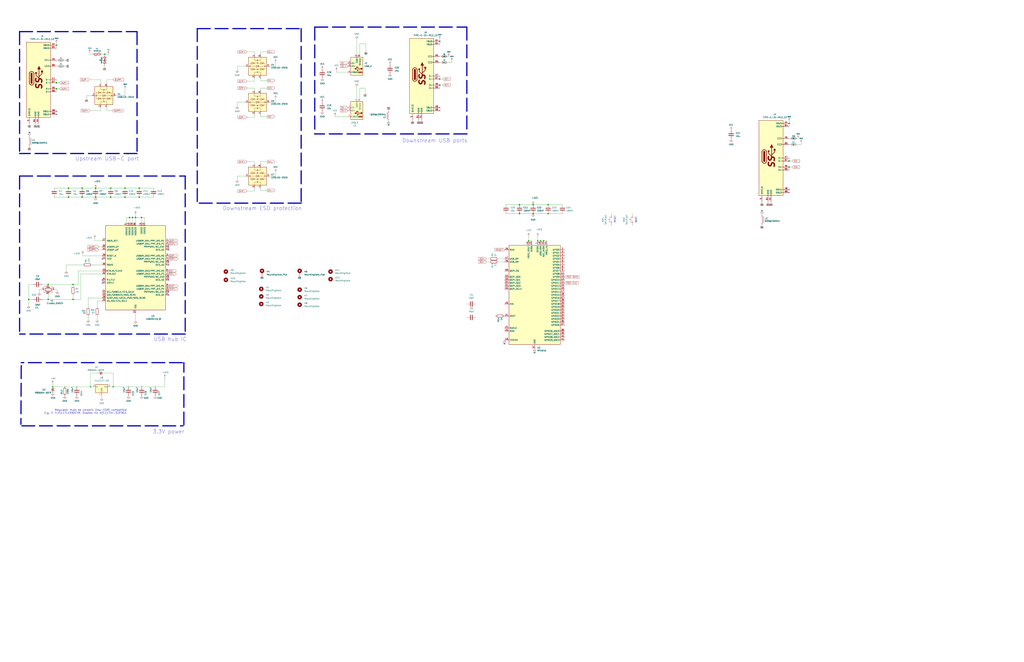
<source format=kicad_sch>
(kicad_sch (version 20230121) (generator eeschema)
  (paper "D")
  (junction (at 462.28 180.34) (diameter 1.016))
  (junction (at 47.625 69.85) (diameter 1.016))
  (junction (at 111.76 183.515) (diameter 1.016))
  (junction (at 665.48 135.89) (diameter 1.016))
  (junction (at 54.61 326.39) (diameter 0.3048))
  (junction (at 370.84 71.755) (diameter 1.016))
  (junction (at 665.48 140.97) (diameter 1.016))
  (junction (at 449.58 172.72) (diameter 1.016))
  (junction (at 105.41 158.75) (diameter 1.016))
  (junction (at 80.645 166.37) (diameter 1.016))
  (junction (at 370.84 34.925) (diameter 1.016))
  (junction (at 453.39 203.2))
  (junction (at 119.507 326.39) (diameter 0.3048))
  (junction (at 438.15 180.34) (diameter 1.016))
  (junction (at 88.265 45.72) (diameter 1.016))
  (junction (at 119.38 183.515) (diameter 1.016))
  (junction (at 61.595 252.73) (diameter 1.016))
  (junction (at 76.327 326.39))
  (junction (at 438.15 172.72) (diameter 1.016))
  (junction (at 114.3 183.515) (diameter 1.016))
  (junction (at 108.331 326.39) (diameter 0.3048))
  (junction (at 47.625 74.93) (diameter 1.016))
  (junction (at 93.345 166.37) (diameter 1.016))
  (junction (at 117.475 166.37) (diameter 1.016))
  (junction (at 80.645 158.75) (diameter 1.016))
  (junction (at 61.595 240.03) (diameter 1.016))
  (junction (at 665.48 104.14) (diameter 1.016))
  (junction (at 69.215 158.75) (diameter 1.016))
  (junction (at 40.64 252.73) (diameter 1.016))
  (junction (at 130.937 326.39) (diameter 0.3048))
  (junction (at 95.377 326.39))
  (junction (at 40.64 240.03) (diameter 1.016))
  (junction (at 109.22 183.515) (diameter 1.016))
  (junction (at 64.77 326.39) (diameter 0.3048))
  (junction (at 117.475 158.75) (diameter 1.016))
  (junction (at 458.47 203.2))
  (junction (at 445.77 203.2))
  (junction (at 455.93 203.2))
  (junction (at 69.215 166.37) (diameter 1.016))
  (junction (at 93.345 158.75) (diameter 1.016))
  (junction (at 44.577 326.39))
  (junction (at 57.785 158.75) (diameter 1.016))
  (junction (at 462.28 172.72) (diameter 1.016))
  (junction (at 24.13 252.73) (diameter 1.016))
  (junction (at 57.785 166.37) (diameter 1.016))
  (junction (at 105.41 166.37) (diameter 1.016))
  (junction (at 47.625 38.1) (diameter 1.016))
  (junction (at 449.58 180.34) (diameter 1.016))
  (junction (at 370.84 66.675) (diameter 1.016))
  (no_connect (at 142.24 208.28))
  (no_connect (at 665.48 160.02))
  (no_connect (at 86.36 236.22))
  (no_connect (at 47.625 93.98))
  (no_connect (at 86.36 218.44))
  (no_connect (at 47.625 96.52))
  (no_connect (at 142.24 210.82))
  (no_connect (at 142.24 233.68))
  (no_connect (at 142.24 246.38))
  (no_connect (at 142.24 220.98))
  (no_connect (at 665.48 162.56))
  (no_connect (at 142.24 248.92))
  (no_connect (at 142.24 223.52))
  (no_connect (at 142.24 236.22))
  (no_connect (at 86.36 238.76))
  (no_connect (at 370.84 90.805))
  (no_connect (at 370.84 93.345))
  (wire (pts (xy 64.77 326.39) (xy 76.327 326.39)))
  (wire (pts (xy 449.58 180.34) (xy 462.28 180.34)))
  (wire (pts (xy 109.22 183.515) (xy 109.22 187.96)))
  (wire (pts (xy 76.327 314.96) (xy 76.327 326.39)))
  (wire (pts (xy 61.595 240.03) (xy 61.595 241.3)))
  (wire (pts (xy 69.215 166.37) (xy 80.645 166.37)))
  (wire (pts (xy 370.84 74.295) (xy 370.84 71.755)))
  (wire (pts (xy 665.48 135.89) (xy 668.02 135.89)))
  (wire (pts (xy 665.48 116.84) (xy 666.75 116.84)))
  (wire (pts (xy 219.71 160.655) (xy 225.425 160.655)))
  (wire (pts (xy 675.64 121.92) (xy 675.64 120.65)))
  (wire (pts (xy 200.025 55.88) (xy 200.025 59.055)))
  (wire (pts (xy 207.01 55.88) (xy 200.025 55.88)))
  (wire (pts (xy 66.04 240.03) (xy 61.595 240.03)))
  (wire (pts (xy 671.83 121.92) (xy 675.64 121.92)))
  (wire (pts (xy 214.63 99.06) (xy 214.63 96.52)))
  (wire (pts (xy 232.41 86.36) (xy 232.41 83.185)))
  (wire (pts (xy 445.77 203.2) (xy 448.31 203.2)))
  (wire (pts (xy 88.265 54.61) (xy 88.265 56.515)))
  (wire (pts (xy 426.72 180.34) (xy 438.15 180.34)))
  (wire (pts (xy 47.625 69.85) (xy 50.165 69.85)))
  (polyline (pts (xy 254 171.45) (xy 166.37 171.45)) (stroke (width 1) (type dash)))
  (wire (pts (xy 377.19 47.625) (xy 378.46 47.625)))
  (wire (pts (xy 200.025 86.36) (xy 200.025 89.535)))
  (wire (pts (xy 283.845 60.96) (xy 283.845 59.69)))
  (wire (pts (xy 208.28 74.295) (xy 214.63 74.295)))
  (wire (pts (xy 283.845 60.96) (xy 293.37 60.96)))
  (wire (pts (xy 86.36 254) (xy 81.915 254)))
  (wire (pts (xy 308.61 36.83) (xy 308.61 43.18)))
  (wire (pts (xy 225.425 136.525) (xy 219.71 136.525)))
  (wire (pts (xy 370.84 71.755) (xy 373.38 71.755)))
  (wire (pts (xy 45.72 158.75) (xy 57.785 158.75)))
  (wire (pts (xy 108.331 326.39) (xy 119.507 326.39)))
  (wire (pts (xy 426.72 172.72) (xy 438.15 172.72)))
  (wire (pts (xy 75.565 44.45) (xy 75.565 45.72)))
  (wire (pts (xy 27.94 240.03) (xy 24.13 240.03)))
  (polyline (pts (xy 16.51 148.59) (xy 16.51 281.94)) (stroke (width 1) (type dash)))
  (wire (pts (xy 81.915 254) (xy 81.915 259.08)))
  (wire (pts (xy 61.595 252.73) (xy 67.945 252.73)))
  (wire (pts (xy 307.975 74.295) (xy 307.975 78.74)))
  (wire (pts (xy 445.77 199.39) (xy 445.77 203.2)))
  (wire (pts (xy 665.48 133.35) (xy 665.48 135.89)))
  (wire (pts (xy 347.98 100.965) (xy 347.98 101.6)))
  (wire (pts (xy 303.53 74.295) (xy 307.975 74.295)))
  (wire (pts (xy 207.01 148.59) (xy 200.025 148.59)))
  (wire (pts (xy 370.84 33.02) (xy 370.84 34.925)))
  (wire (pts (xy 219.71 74.295) (xy 219.71 76.2)))
  (wire (pts (xy 455.93 203.2) (xy 458.47 203.2)))
  (wire (pts (xy 47.625 74.93) (xy 50.165 74.93)))
  (wire (pts (xy 47.625 77.47) (xy 47.625 74.93)))
  (wire (pts (xy 24.765 114.935) (xy 24.765 115.57)))
  (wire (pts (xy 106.68 183.515) (xy 109.22 183.515)))
  (wire (pts (xy 355.6 100.965) (xy 355.6 101.6)))
  (wire (pts (xy 665.48 143.51) (xy 665.48 140.97)))
  (wire (pts (xy 77.47 223.52) (xy 86.36 223.52)))
  (polyline (pts (xy 166.37 24.13) (xy 166.37 171.45)) (stroke (width 1) (type dash)))
  (wire (pts (xy 33.02 244.475) (xy 35.56 244.475)))
  (wire (pts (xy 33.02 247.015) (xy 33.02 244.475)))
  (wire (pts (xy 139.065 326.39) (xy 139.065 318.77)))
  (polyline (pts (xy 156.21 281.94) (xy 16.51 281.94)) (stroke (width 1) (type dash)))
  (wire (pts (xy 45.72 244.475) (xy 48.26 244.475)))
  (wire (pts (xy 48.26 244.475) (xy 48.26 245.745)))
  (wire (pts (xy 300.99 73.025) (xy 300.99 83.185)))
  (wire (pts (xy 208.28 68.58) (xy 214.63 68.58)))
  (wire (pts (xy 214.63 68.58) (xy 214.63 66.04)))
  (wire (pts (xy 219.71 98.425) (xy 225.425 98.425)))
  (wire (pts (xy 69.215 158.75) (xy 80.645 158.75)))
  (wire (pts (xy 35.56 240.03) (xy 40.64 240.03)))
  (wire (pts (xy 40.64 240.03) (xy 61.595 240.03)))
  (wire (pts (xy 114.3 183.515) (xy 114.3 187.96)))
  (wire (pts (xy 67.945 231.14) (xy 67.945 252.73)))
  (wire (pts (xy 76.327 326.39) (xy 78.105 326.39)))
  (wire (pts (xy 370.84 34.925) (xy 370.84 37.465)))
  (wire (pts (xy 44.577 326.39) (xy 54.61 326.39)))
  (wire (pts (xy 370.84 66.675) (xy 373.38 66.675)))
  (wire (pts (xy 35.56 252.73) (xy 40.64 252.73)))
  (wire (pts (xy 40.64 252.73) (xy 61.595 252.73)))
  (wire (pts (xy 93.345 166.37) (xy 105.41 166.37)))
  (wire (pts (xy 208.28 161.29) (xy 214.63 161.29)))
  (wire (pts (xy 29.845 104.14) (xy 29.845 104.775)))
  (wire (pts (xy 47.625 38.1) (xy 47.625 40.64)))
  (wire (pts (xy 80.01 203.2) (xy 80.01 201.295)))
  (wire (pts (xy 119.507 326.39) (xy 130.937 326.39)))
  (wire (pts (xy 453.39 203.2) (xy 455.93 203.2)))
  (wire (pts (xy 353.06 100.965) (xy 353.06 101.6)))
  (wire (pts (xy 420.37 220.98) (xy 425.45 220.98)))
  (wire (pts (xy 45.72 166.37) (xy 57.785 166.37)))
  (polyline (pts (xy 115.57 26.67) (xy 115.57 129.54)) (stroke (width 1) (type dash)))
  (wire (pts (xy 44.45 326.39) (xy 44.577 326.39)))
  (wire (pts (xy 208.28 99.06) (xy 214.63 99.06)))
  (wire (pts (xy 53.975 50.8) (xy 55.245 50.8)))
  (wire (pts (xy 95.377 314.96) (xy 95.377 326.39)))
  (wire (pts (xy 24.765 104.14) (xy 24.765 104.775)))
  (wire (pts (xy 75.565 67.31) (xy 85.09 67.31)))
  (wire (pts (xy 85.09 70.485) (xy 85.09 67.31)))
  (wire (pts (xy 86.36 228.6) (xy 66.04 228.6)))
  (wire (pts (xy 83.185 208.28) (xy 86.36 208.28)))
  (wire (pts (xy 119.38 183.515) (xy 121.92 183.515)))
  (wire (pts (xy 214.63 161.29) (xy 214.63 158.75)))
  (wire (pts (xy 32.385 104.14) (xy 32.385 104.775)))
  (wire (pts (xy 93.345 326.39) (xy 95.377 326.39)))
  (wire (pts (xy 85.725 334.01) (xy 85.725 335.915)))
  (wire (pts (xy 650.24 170.18) (xy 650.24 170.815)))
  (wire (pts (xy 114.3 180.975) (xy 114.3 183.515)))
  (wire (pts (xy 111.76 183.515) (xy 111.76 187.96)))
  (wire (pts (xy 106.68 187.96) (xy 106.68 183.515)))
  (wire (pts (xy 381 52.705) (xy 381 51.435)))
  (wire (pts (xy 80.645 158.75) (xy 93.345 158.75)))
  (wire (pts (xy 47.625 67.31) (xy 47.625 69.85)))
  (polyline (pts (xy 155.067 358.648) (xy 155.067 306.07)) (stroke (width 0.9906) (type dash)))
  (wire (pts (xy 66.04 228.6) (xy 66.04 240.03)))
  (wire (pts (xy 665.48 104.14) (xy 665.48 106.68)))
  (wire (pts (xy 438.15 172.72) (xy 449.58 172.72)))
  (wire (pts (xy 24.765 123.19) (xy 24.765 123.825)))
  (wire (pts (xy 24.13 252.73) (xy 24.13 257.81)))
  (wire (pts (xy 76.2 93.345) (xy 85.09 93.345)))
  (wire (pts (xy 85.09 90.805) (xy 85.09 93.345)))
  (polyline (pts (xy 153.797 306.07) (xy 17.907 306.07)) (stroke (width 0.9906) (type dash)))
  (wire (pts (xy 208.28 136.525) (xy 214.63 136.525)))
  (wire (pts (xy 88.265 45.72) (xy 91.44 45.72)))
  (wire (pts (xy 69.85 223.52) (xy 55.88 223.52)))
  (wire (pts (xy 665.48 102.235) (xy 665.48 104.14)))
  (wire (pts (xy 420.37 218.44) (xy 425.45 218.44)))
  (wire (pts (xy 219.71 136.525) (xy 219.71 138.43)))
  (wire (pts (xy 85.725 45.72) (xy 88.265 45.72)))
  (wire (pts (xy 40.64 240.03) (xy 40.64 240.665)))
  (polyline (pts (xy 166.37 24.13) (xy 254 24.13)) (stroke (width 1) (type dash)))
  (polyline (pts (xy 393.7 22.86) (xy 393.7 113.03)) (stroke (width 1) (type dash)))
  (wire (pts (xy 214.63 136.525) (xy 214.63 138.43)))
  (wire (pts (xy 117.475 166.37) (xy 129.54 166.37)))
  (wire (pts (xy 410.21 218.44) (xy 412.75 218.44)))
  (wire (pts (xy 453.39 199.39) (xy 453.39 203.2)))
  (wire (pts (xy 111.76 183.515) (xy 114.3 183.515)))
  (wire (pts (xy 88.265 45.72) (xy 88.265 46.99)))
  (wire (pts (xy 74.295 259.08) (xy 74.295 251.46)))
  (wire (pts (xy 665.48 121.92) (xy 666.75 121.92)))
  (wire (pts (xy 449.58 172.72) (xy 462.28 172.72)))
  (wire (pts (xy 219.71 96.52) (xy 219.71 98.425)))
  (wire (pts (xy 227.33 55.88) (xy 232.41 55.88)))
  (wire (pts (xy 232.41 55.88) (xy 232.41 52.705)))
  (wire (pts (xy 410.21 220.98) (xy 412.75 220.98)))
  (wire (pts (xy 282.575 98.425) (xy 282.575 97.79)))
  (wire (pts (xy 114.3 264.16) (xy 114.3 270.51)))
  (wire (pts (xy 200.025 148.59) (xy 200.025 151.765)))
  (wire (pts (xy 225.425 74.295) (xy 219.71 74.295)))
  (polyline (pts (xy 18.415 359.41) (xy 154.305 359.41)) (stroke (width 0.9906) (type dash)))
  (wire (pts (xy 642.62 180.975) (xy 642.62 181.61)))
  (wire (pts (xy 303.53 83.185) (xy 303.53 74.295)))
  (wire (pts (xy 232.41 148.59) (xy 232.41 145.415)))
  (wire (pts (xy 44.45 323.85) (xy 44.45 326.39)))
  (wire (pts (xy 303.53 36.83) (xy 308.61 36.83)))
  (wire (pts (xy 47.625 55.88) (xy 48.895 55.88)))
  (wire (pts (xy 303.53 45.72) (xy 303.53 36.83)))
  (wire (pts (xy 57.785 158.75) (xy 69.215 158.75)))
  (wire (pts (xy 83.185 210.82) (xy 86.36 210.82)))
  (wire (pts (xy 327.66 93.98) (xy 327.66 93.345)))
  (wire (pts (xy 87.757 314.96) (xy 95.377 314.96)))
  (wire (pts (xy 47.625 50.8) (xy 48.895 50.8)))
  (wire (pts (xy 208.28 43.815) (xy 214.63 43.815)))
  (wire (pts (xy 214.63 43.815) (xy 214.63 45.72)))
  (wire (pts (xy 105.41 158.75) (xy 117.475 158.75)))
  (wire (pts (xy 93.345 158.75) (xy 105.41 158.75)))
  (wire (pts (xy 130.937 326.39) (xy 139.065 326.39)))
  (wire (pts (xy 462.28 180.34) (xy 474.345 180.34)))
  (wire (pts (xy 647.7 170.18) (xy 647.7 170.815)))
  (polyline (pts (xy 265.43 22.86) (xy 393.7 22.86)) (stroke (width 1) (type dash)))
  (wire (pts (xy 121.92 183.515) (xy 121.92 187.96)))
  (wire (pts (xy 57.785 166.37) (xy 69.215 166.37)))
  (wire (pts (xy 105.41 166.37) (xy 117.475 166.37)))
  (wire (pts (xy 370.84 52.705) (xy 372.11 52.705)))
  (wire (pts (xy 69.85 215.9) (xy 69.85 214.63)))
  (wire (pts (xy 69.85 215.9) (xy 86.36 215.9)))
  (wire (pts (xy 114.3 183.515) (xy 119.38 183.515)))
  (wire (pts (xy 24.13 252.73) (xy 27.94 252.73)))
  (wire (pts (xy 90.17 90.805) (xy 90.17 93.345)))
  (wire (pts (xy 90.17 93.345) (xy 94.615 93.345)))
  (wire (pts (xy 82.677 314.96) (xy 76.327 314.96)))
  (wire (pts (xy 293.37 98.425) (xy 282.575 98.425)))
  (wire (pts (xy 671.83 116.84) (xy 673.1 116.84)))
  (wire (pts (xy 327.66 102.235) (xy 327.66 101.6)))
  (wire (pts (xy 370.84 47.625) (xy 372.11 47.625)))
  (wire (pts (xy 95.377 326.39) (xy 108.331 326.39)))
  (wire (pts (xy 80.645 166.37) (xy 93.345 166.37)))
  (polyline (pts (xy 115.57 129.54) (xy 16.51 129.54)) (stroke (width 1) (type dash)))
  (wire (pts (xy 61.595 248.92) (xy 61.595 252.73)))
  (wire (pts (xy 458.47 203.2) (xy 461.01 203.2)))
  (wire (pts (xy 642.62 189.23) (xy 642.62 189.865)))
  (wire (pts (xy 462.28 172.72) (xy 474.345 172.72)))
  (wire (pts (xy 109.22 183.515) (xy 111.76 183.515)))
  (wire (pts (xy 214.63 74.295) (xy 214.63 76.2)))
  (wire (pts (xy 227.33 148.59) (xy 232.41 148.59)))
  (wire (pts (xy 53.975 55.88) (xy 55.245 55.88)))
  (wire (pts (xy 219.71 66.04) (xy 219.71 67.945)))
  (wire (pts (xy 219.71 67.945) (xy 225.425 67.945)))
  (wire (pts (xy 90.17 67.31) (xy 95.25 67.31)))
  (wire (pts (xy 90.17 70.485) (xy 90.17 67.31)))
  (wire (pts (xy 86.36 203.2) (xy 80.01 203.2)))
  (wire (pts (xy 207.01 86.36) (xy 200.025 86.36)))
  (polyline (pts (xy 254 24.13) (xy 254 171.45)) (stroke (width 1) (type dash)))
  (wire (pts (xy 54.61 326.39) (xy 64.77 326.39)))
  (wire (pts (xy 24.13 240.03) (xy 24.13 252.73)))
  (polyline (pts (xy 16.51 26.67) (xy 115.57 26.67)) (stroke (width 1) (type dash)))
  (wire (pts (xy 74.295 251.46) (xy 86.36 251.46)))
  (wire (pts (xy 370.84 64.135) (xy 370.84 66.675)))
  (wire (pts (xy 438.15 180.34) (xy 449.58 180.34)))
  (polyline (pts (xy 16.51 26.67) (xy 16.51 129.54)) (stroke (width 1) (type dash)))
  (polyline (pts (xy 156.21 148.59) (xy 156.21 281.94)) (stroke (width 1) (type dash)))
  (wire (pts (xy 74.295 266.7) (xy 74.295 269.875)))
  (wire (pts (xy 377.19 52.705) (xy 381 52.705)))
  (wire (pts (xy 55.88 223.52) (xy 55.88 228.6)))
  (wire (pts (xy 117.475 158.75) (xy 129.54 158.75)))
  (wire (pts (xy 119.38 183.515) (xy 119.38 187.96)))
  (polyline (pts (xy 16.51 148.59) (xy 156.21 148.59)) (stroke (width 1) (type dash)))
  (wire (pts (xy 81.915 266.7) (xy 81.915 269.875)))
  (wire (pts (xy 300.99 33.02) (xy 300.99 45.72)))
  (wire (pts (xy 75.565 45.72) (xy 78.105 45.72)))
  (wire (pts (xy 219.71 158.75) (xy 219.71 160.655)))
  (wire (pts (xy 665.48 140.97) (xy 668.02 140.97)))
  (wire (pts (xy 642.62 170.18) (xy 642.62 170.815)))
  (polyline (pts (xy 393.7 113.03) (xy 265.43 113.03)) (stroke (width 1) (type dash)))
  (wire (pts (xy 47.625 36.195) (xy 47.625 38.1)))
  (wire (pts (xy 227.33 86.36) (xy 232.41 86.36)))
  (wire (pts (xy 67.945 231.14) (xy 86.36 231.14)))
  (wire (pts (xy 97.79 80.645) (xy 105.41 80.645)))
  (wire (pts (xy 105.41 80.645) (xy 105.41 74.93)))
  (wire (pts (xy 40.64 248.285) (xy 40.64 252.73)))
  (polyline (pts (xy 265.43 22.86) (xy 265.43 113.03)) (stroke (width 1) (type dash)))
  (wire (pts (xy 219.71 43.815) (xy 219.71 45.72)))
  (wire (pts (xy 225.425 43.815) (xy 219.71 43.815)))
  (polyline (pts (xy 17.907 308.61) (xy 17.653 358.14)) (stroke (width 0.9906) (type dash)))
  (wire (pts (xy 73.025 80.645) (xy 73.025 83.185)))
  (wire (pts (xy 77.47 80.645) (xy 73.025 80.645)))
  (text "BOOT" (at 537.21 187.96 90) (effects (font (size 1.27 1.27)) (justify left bottom)))
  (text "Downstream USB ports" (at 339.09 120.65 0) (effects (font (size 3.175 3.175)) (justify left bottom)))
  (text "Upstream USB-C port" (at 63.5 135.89 0) (effects (font (size 3.175 3.175)) (justify left bottom)))
  (text "USB hub IC" (at 157.48 288.29 0) (effects (font (size 3.175 3.175)) (justify right bottom)))
  (text "Regulator must be ceramic (low-ESR) compatible\nE.g. TI TLV1117LV33DCYR, Diodies Inc AZ1117IH-3.3TRG1" (at 106.934 349.631 0) (effects (font (size 1.5748 1.5748)) (justify right bottom)))
  (text "RESET" (at 519.43 187.96 90) (effects (font (size 1.27 1.27)) (justify left bottom)))
  (text "Downstream ESD protection" (at 187.96 177.8 0) (effects (font (size 3.175 3.175)) (justify left bottom)))
  (text "3.3V power" (at 155.448 366.268 0) (effects (font (size 3.175 3.175)) (justify right bottom)))
  (global_label "D4P-" (shape input) (at 208.28 161.29 180) (property "Intersheetrefs" "${INTERSHEET_REFS}" (effects hide)))
  (global_label "D4+" (shape input) (at 293.37 93.345 180) (property "Intersheetrefs" "${INTERSHEET_REFS}" (effects hide)))
  (global_label "RESET" (shape input) (at 425.45 210.82 180) (property "Intersheetrefs" "${INTERSHEET_REFS}" (effects hide)))
  (global_label "D4P+" (shape input) (at 208.28 136.525 180) (property "Intersheetrefs" "${INTERSHEET_REFS}" (effects hide)))
  (global_label "DUPP-" (shape input) (at 95.25 67.31 0) (property "Intersheetrefs" "${INTERSHEET_REFS}" (effects hide)))
  (global_label "D2P-" (shape input) (at 208.28 99.06 180) (property "Intersheetrefs" "${INTERSHEET_REFS}" (effects hide)))
  (global_label "D2P-" (shape output) (at 142.24 215.9 0) (property "Intersheetrefs" "${INTERSHEET_REFS}" (effects hide)))
  (global_label "D3+" (shape input) (at 410.21 218.44 180) (property "Intersheetrefs" "${INTERSHEET_REFS}" (effects hide)))
  (global_label "D3-" (shape input) (at 668.02 135.89 0) (property "Intersheetrefs" "${INTERSHEET_REFS}" (effects hide)))
  (global_label "D3+" (shape input) (at 668.02 140.97 0) (property "Intersheetrefs" "${INTERSHEET_REFS}" (effects hide)))
  (global_label "DUP-" (shape input) (at 50.165 69.85 0) (property "Intersheetrefs" "${INTERSHEET_REFS}" (effects hide)))
  (global_label "D1+" (shape output) (at 225.425 43.815 0) (property "Intersheetrefs" "${INTERSHEET_REFS}" (effects hide)))
  (global_label "DUPP+" (shape input) (at 83.185 210.82 180) (property "Intersheetrefs" "${INTERSHEET_REFS}" (effects hide)))
  (global_label "D1P+" (shape input) (at 208.28 43.815 180) (property "Intersheetrefs" "${INTERSHEET_REFS}" (effects hide)))
  (global_label "D4-" (shape output) (at 225.425 160.655 0) (property "Intersheetrefs" "${INTERSHEET_REFS}" (effects hide)))
  (global_label "D1P-" (shape input) (at 208.28 68.58 180) (property "Intersheetrefs" "${INTERSHEET_REFS}" (effects hide)))
  (global_label "D4-" (shape input) (at 293.37 90.805 180) (property "Intersheetrefs" "${INTERSHEET_REFS}" (effects hide)))
  (global_label "D4+" (shape output) (at 225.425 136.525 0) (property "Intersheetrefs" "${INTERSHEET_REFS}" (effects hide)))
  (global_label "D2-" (shape input) (at 373.38 66.675 0) (property "Intersheetrefs" "${INTERSHEET_REFS}" (effects hide)))
  (global_label "DUP+" (shape input) (at 50.165 74.93 0) (property "Intersheetrefs" "${INTERSHEET_REFS}" (effects hide)))
  (global_label "D2+" (shape input) (at 373.38 71.755 0) (property "Intersheetrefs" "${INTERSHEET_REFS}" (effects hide)))
  (global_label "D4P+" (shape output) (at 142.24 243.84 0) (property "Intersheetrefs" "${INTERSHEET_REFS}" (effects hide)))
  (global_label "D2P+" (shape output) (at 142.24 218.44 0) (property "Intersheetrefs" "${INTERSHEET_REFS}" (effects hide)))
  (global_label "D2+" (shape output) (at 225.425 74.295 0) (property "Intersheetrefs" "${INTERSHEET_REFS}" (effects hide)))
  (global_label "D3-" (shape input) (at 410.21 220.98 180) (property "Intersheetrefs" "${INTERSHEET_REFS}" (effects hide)))
  (global_label "PS2-CLK" (shape input) (at 476.25 238.76 0) (property "Intersheetrefs" "${INTERSHEET_REFS}" (effects hide)))
  (global_label "D2-" (shape output) (at 225.425 98.425 0) (property "Intersheetrefs" "${INTERSHEET_REFS}" (effects hide)))
  (global_label "D1+" (shape input) (at 293.37 55.88 180) (property "Intersheetrefs" "${INTERSHEET_REFS}" (effects hide)))
  (global_label "D3+" (shape output) (at 142.24 231.14 0) (property "Intersheetrefs" "${INTERSHEET_REFS}" (effects hide)))
  (global_label "PS2-DATA" (shape input) (at 476.25 233.68 0) (property "Intersheetrefs" "${INTERSHEET_REFS}" (effects hide)))
  (global_label "D1-" (shape input) (at 293.37 53.34 180) (property "Intersheetrefs" "${INTERSHEET_REFS}" (effects hide)))
  (global_label "DUPP+" (shape input) (at 94.615 93.345 0) (property "Intersheetrefs" "${INTERSHEET_REFS}" (effects hide)))
  (global_label "DUP-" (shape input) (at 75.565 67.31 180) (property "Intersheetrefs" "${INTERSHEET_REFS}" (effects hide)))
  (global_label "DUP+" (shape input) (at 76.2 93.345 180) (property "Intersheetrefs" "${INTERSHEET_REFS}" (effects hide)))
  (global_label "D3-" (shape output) (at 142.24 228.6 0) (property "Intersheetrefs" "${INTERSHEET_REFS}" (effects hide)))
  (global_label "D1-" (shape output) (at 225.425 67.945 0) (property "Intersheetrefs" "${INTERSHEET_REFS}" (effects hide)))
  (global_label "D2P+" (shape input) (at 208.28 74.295 180) (property "Intersheetrefs" "${INTERSHEET_REFS}" (effects hide)))
  (global_label "D1P-" (shape output) (at 142.24 203.2 0) (property "Intersheetrefs" "${INTERSHEET_REFS}" (effects hide)))
  (global_label "D1P+" (shape output) (at 142.24 205.74 0) (property "Intersheetrefs" "${INTERSHEET_REFS}" (effects hide)))
  (global_label "DUPP-" (shape input) (at 83.185 208.28 180) (property "Intersheetrefs" "${INTERSHEET_REFS}" (effects hide)))
  (global_label "D4P-" (shape output) (at 142.24 241.3 0) (property "Intersheetrefs" "${INTERSHEET_REFS}" (effects hide)))
  (symbol (lib_id "power:GND") (at 271.78 66.04 0) (unit 1)
    (property "Reference" "#PWR0115" (effects hide))
    (property "Value" "GND" (at 271.907 70.4342 0))
  )
  (symbol (lib_id "Device:D_Schottky_Small") (at 85.217 314.96 0) (unit 1)
    (property "Reference" "D4" (at 80.137 309.88 0) (effects (justify left)))
    (property "Value" "RB060M-60TR" (at 73.787 312.42 0) (effects (justify left)))
    (property "Footprint" "acheronComponents:D_SOD-123" (effects hide))
  )
  (symbol (lib_id "power:VCC") (at 232.41 145.415 0) (unit 1)
    (property "Reference" "#PWR0163" (effects hide))
    (property "Value" "VCC" (at 232.41 140.97 0))
  )
  (symbol (lib_id "Device:D_TVS") (at 88.265 50.8 270) (mirror x) (unit 1)
    (property "Reference" "D1" (at 84.455 50.8 0) (effects (font (size 0.762 0.762))))
    (property "Value" "SMF9.0CA" (at 85.725 50.8 0) (effects (font (size 0.762 0.762))))
    (property "Footprint" "AcheronComponents:D_SOD-123_Bidirectional" (effects hide))
    (property "Package" "SOD-123F-B" (effects hide))
    (property "Manufacturer" "Microdiode Electronics" (effects hide))
    (property "Manufacturer Part No" "SMF9.0CA" (effects hide))
    (property "LCSC Part No" "C123799" (effects hide))
  )
  (symbol (lib_id "power:GNDPWR") (at 353.06 101.6 0) (unit 1)
    (property "Reference" "#PWR04" (effects hide))
    (property "Value" "GNDPWR" (at 353.06 104.14 0) (effects (font (size 0.381 0.381))))
  )
  (symbol (lib_id "Mechanical:MountingHole_Pad") (at 252.73 229.87 0) (unit 1)
    (property "Reference" "H5" (at 256.54 229.235 0) (effects (justify left)))
    (property "Value" "MountingHole_Pad" (at 256.54 231.775 0) (effects (justify left)))
    (property "Footprint" "MountingHole:MountingHole_2.2mm_M2_ISO7380_Pad" (effects hide))
  )
  (symbol (lib_id "AcheronLib:TYPE-C-31-M12_13") (at 355.6 64.135 0) (unit 1)
    (property "Reference" "J6" (at 358.775 27.305 0))
    (property "Value" "TYPE-C-31-M12_13" (at 358.775 29.845 0))
    (property "Footprint" "AcheronConnectors:TYPE-C-31-M-12" (effects hide))
  )
  (symbol (lib_id "Device:Polyfuse") (at 81.915 45.72 90) (unit 1)
    (property "Reference" "F1" (at 81.915 41.275 90))
    (property "Value" "ASMD1206-150" (at 81.915 42.9514 90) (effects (font (size 0.508 0.508))))
    (property "Footprint" "Fuse:Fuse_1206_3216Metric" (effects hide))
    (property "Manufacturer" "Shenzhen JDT Fuse" (effects hide))
    (property "Manufacturer Part No" "ASMD1206-150" (effects hide))
    (property "LCSC Part No" "C135342" (effects hide))
    (property "Package" "F1206" (effects hide))
  )
  (symbol (lib_id "Device:C") (at 119.507 330.2 0) (unit 1)
    (property "Reference" "C16" (at 122.809 333.756 90) (effects (justify left)))
    (property "Value" "10uF" (at 115.697 331.47 90) (effects (justify left)))
    (property "Footprint" "Capacitor_SMD:C_1206_3216Metric_Pad1.42x1.75mm_HandSolder" (effects hide))
  )
  (symbol (lib_id "Device:C") (at 64.77 330.2 0) (unit 1)
    (property "Reference" "C14" (at 68.58 334.01 90) (effects (justify left)))
    (property "Value" "10uF" (at 60.96 331.47 90) (effects (justify left)))
    (property "Footprint" "Capacitor_SMD:C_1206_3216Metric_Pad1.42x1.75mm_HandSolder" (effects hide))
  )
  (symbol (lib_id "power:VCC") (at 91.44 45.72 0) (unit 1)
    (property "Reference" "#PWR0148" (effects hide))
    (property "Value" "VCC" (at 91.44 41.91 0) (effects (font (size 0.762 0.762))))
  )
  (symbol (lib_id "Device:C") (at 397.51 267.97 90) (unit 1)
    (property "Reference" "C9" (at 397.51 260.35 90))
    (property "Value" "15pF" (at 397.51 262.89 90))
  )
  (symbol (lib_id "power:GND") (at 114.3 270.51 0) (unit 1)
    (property "Reference" "#PWR0106" (effects hide))
    (property "Value" "GND" (at 114.427 274.9042 0))
  )
  (symbol (lib_id "power:+1V1") (at 445.77 199.39 0) (unit 1)
    (property "Reference" "#PWR027" (effects hide))
    (property "Value" "+1V1" (at 445.77 194.31 0))
  )
  (symbol (lib_id "Device:C") (at 426.72 176.53 0) (unit 1)
    (property "Reference" "C25" (at 430.53 175.26 0) (effects (justify left)))
    (property "Value" "10u" (at 430.53 177.8 0) (effects (justify left)))
    (property "Footprint" "Capacitor_SMD:C_0805_2012Metric_Pad1.15x1.40mm_HandSolder" (effects hide))
  )
  (symbol (lib_id "power:GND") (at 81.915 269.875 0) (unit 1)
    (property "Reference" "#PWR0105" (effects hide))
    (property "Value" "GND" (at 82.042 274.2692 0))
  )
  (symbol (lib_id "Device:C") (at 108.331 330.2 0) (unit 1)
    (property "Reference" "C15" (at 112.141 334.01 90) (effects (justify left)))
    (property "Value" "10uF" (at 104.521 331.47 90) (effects (justify left)))
    (property "Footprint" "Capacitor_SMD:C_1206_3216Metric_Pad1.42x1.75mm_HandSolder" (effects hide))
  )
  (symbol (lib_id "power:+3.3V") (at 449.58 172.72 0) (unit 1)
    (property "Reference" "#PWR030" (effects hide))
    (property "Value" "+3.3V" (at 450.85 167.005 0))
  )
  (symbol (lib_id "Mechanical:MountingHole_Pad") (at 220.98 229.87 0) (unit 1)
    (property "Reference" "H4" (at 224.79 229.235 0) (effects (justify left)))
    (property "Value" "MountingHole_Pad" (at 224.79 231.775 0) (effects (justify left)))
    (property "Footprint" "MountingHole:MountingHole_3.2mm_M3_ISO7380_Pad" (effects hide))
  )
  (symbol (lib_id "Unified-Daughterboard-rescue:L_Core_Ferrite-Device") (at 327.66 97.79 180) (unit 1)
    (property "Reference" "L2" (at 325.4248 98.933 0) (effects (justify left)))
    (property "Value" "60R@100MHz" (at 325.4248 96.647 0) (effects (justify left)))
    (property "Footprint" "Inductor_SMD:L_1206_3216Metric" (effects hide))
    (property "Manufacturer" "MELED Industrial" (effects hide))
    (property "Manufacturer Part No" "MLB3216-600P4A(f)" (effects hide))
    (property "LCSC Part No" "C33600" (effects hide))
    (property "Package" "L1206" (effects hide))
  )
  (symbol (lib_id "power:GNDPWR") (at 327.66 93.345 180) (unit 1)
    (property "Reference" "#PWR03" (effects hide))
    (property "Value" "GNDPWR" (at 327.66 90.805 0) (effects (font (size 0.381 0.381))))
  )
  (symbol (lib_id "Device:Crystal_GND24") (at 40.64 244.475 270) (unit 1)
    (property "Reference" "Y1" (at 42.545 254 90) (effects (justify left)))
    (property "Value" "Crystal_GND24" (at 39.37 255.905 90) (effects (justify left)))
    (property "Footprint" "Crystal:Crystal_SMD_3225-4Pin_3.2x2.5mm_HandSoldering" (effects hide))
  )
  (symbol (lib_id "Power_Protection:USBLC6-2SC6") (at 217.17 86.36 270) (unit 1)
    (property "Reference" "U5" (at 228.6 85.09 90) (effects (justify left)))
    (property "Value" "USBLC6-2SC6" (at 228.6 87.63 90) (effects (justify left)))
    (property "Footprint" "Package_TO_SOT_SMD:SOT-23-6" (effects hide))
    (property "Datasheet" "https://www.st.com/resource/en/datasheet/usblc6-2.pdf" (effects hide))
  )
  (symbol (lib_id "Device:R") (at 74.295 262.89 180) (unit 1)
    (property "Reference" "R6" (at 72.39 264.16 0) (effects (justify left)))
    (property "Value" "56k" (at 72.39 262.255 0) (effects (justify left)))
    (property "Footprint" "Resistor_SMD:R_0805_2012Metric_Pad1.15x1.40mm_HandSolder" (effects hide))
  )
  (symbol (lib_id "power:GND") (at 300.99 33.02 180) (unit 1)
    (property "Reference" "#PWR0110" (effects hide))
    (property "Value" "GND" (at 300.863 28.6258 0))
  )
  (symbol (lib_id "Unified-Daughterboard-rescue:L_Core_Ferrite-Device") (at 642.62 185.42 0) (unit 1)
    (property "Reference" "L3" (at 644.8552 184.277 0) (effects (justify left)))
    (property "Value" "60R@100MHz" (at 644.8552 186.563 0) (effects (justify left)))
    (property "Footprint" "Inductor_SMD:L_1206_3216Metric" (effects hide))
    (property "Manufacturer" "MELED Industrial" (effects hide))
    (property "Manufacturer Part No" "MLB3216-600P4A(f)" (effects hide))
    (property "LCSC Part No" "C33600" (effects hide))
    (property "Package" "L1206" (effects hide))
  )
  (symbol (lib_id "Device:C") (at 462.28 176.53 0) (unit 1)
    (property "Reference" "C23" (at 465.455 175.26 0) (effects (justify left)))
    (property "Value" "100nF" (at 465.455 177.8 0) (effects (justify left)))
    (property "Footprint" "Capacitor_SMD:C_0603_1608Metric_Pad1.05x0.95mm_HandSolder" (effects hide))
  )
  (symbol (lib_id "power:+3.3V") (at 453.39 199.39 0) (unit 1)
    (property "Reference" "#PWR026" (effects hide))
    (property "Value" "+3.3V" (at 454.66 193.675 0))
  )
  (symbol (lib_id "Mechanical:MountingHole") (at 252.73 257.175 0) (unit 1)
    (property "Reference" "H8" (at 256.54 255.905 0) (effects (justify left)))
    (property "Value" "MountingHole" (at 256.54 258.445 0) (effects (justify left)))
    (property "Footprint" "MountingHole:MountingHole_2.2mm_M2_ISO7380" (effects hide))
  )
  (symbol (lib_id "power:+3.3V") (at 139.065 318.77 0) (unit 1)
    (property "Reference" "#PWR025" (effects hide))
    (property "Value" "+3.3V" (at 139.446 314.3758 0))
  )
  (symbol (lib_id "power:VCC") (at 616.585 109.855 0) (unit 1)
    (property "Reference" "#PWR0131" (effects hide))
    (property "Value" "VCC" (at 616.585 105.41 0))
  )
  (symbol (lib_id "Device:R") (at 81.915 262.89 180) (unit 1)
    (property "Reference" "R7" (at 80.01 264.16 0) (effects (justify left)))
    (property "Value" "56k" (at 80.01 261.62 0) (effects (justify left)))
    (property "Footprint" "Resistor_SMD:R_0805_2012Metric_Pad1.15x1.40mm_HandSolder" (effects hide))
  )
  (symbol (lib_id "AcheronLib:TYPE-C-31-M12_13") (at 32.385 67.31 0) (unit 1)
    (property "Reference" "J1" (at 35.56 30.48 0))
    (property "Value" "TYPE-C-31-M12_13" (at 35.56 33.02 0))
    (property "Footprint" "AcheronConnectors:TYPE-C-31-M-12" (effects hide))
  )
  (symbol (lib_id "power:GNDPWR") (at 252.73 232.41 0) (unit 1)
    (property "Reference" "#PWR0103" (effects hide))
    (property "Value" "GNDPWR" (at 252.73 234.95 0) (effects (font (size 0.381 0.381))))
  )
  (symbol (lib_id "power:GND") (at 450.85 294.64 0) (unit 1)
    (property "Reference" "#PWR028" (effects hide))
    (property "Value" "GND" (at 450.85 297.815 0) (effects (font (size 0.508 0.508))))
  )
  (symbol (lib_id "Device:D_Schottky_Small") (at 44.577 328.93 270) (unit 1)
    (property "Reference" "D3" (at 35.687 328.93 90) (effects (justify left)))
    (property "Value" "RB060M-60TR" (at 29.337 331.47 90) (effects (justify left)))
    (property "Footprint" "acheronComponents:D_SOD-123" (effects hide))
  )
  (symbol (lib_id "power:GND") (at 64.77 334.01 0) (unit 1)
    (property "Reference" "#PWR020" (effects hide))
    (property "Value" "GND" (at 64.897 338.4042 0))
  )
  (symbol (lib_id "power:GND") (at 74.295 269.875 0) (unit 1)
    (property "Reference" "#PWR0104" (effects hide))
    (property "Value" "GND" (at 74.422 274.2692 0))
  )
  (symbol (lib_id "power:VCC") (at 271.78 58.42 0) (unit 1)
    (property "Reference" "#PWR0113" (effects hide))
    (property "Value" "VCC" (at 271.78 53.975 0))
  )
  (symbol (lib_id "power:+5V") (at 44.45 323.85 0) (unit 1)
    (property "Reference" "#PWR017" (effects hide))
    (property "Value" "+5V" (at 44.831 319.4558 0))
  )
  (symbol (lib_id "power:VCC") (at 271.78 86.36 0) (unit 1)
    (property "Reference" "#PWR0120" (effects hide))
    (property "Value" "VCC" (at 271.78 81.915 0))
  )
  (symbol (lib_id "Device:C") (at 271.78 90.17 0) (unit 1)
    (property "Reference" "C19" (at 275.59 88.9 0) (effects (justify left)))
    (property "Value" "10u" (at 275.59 91.44 0) (effects (justify left)))
    (property "Footprint" "Capacitor_SMD:C_0805_2012Metric_Pad1.15x1.40mm_HandSolder" (effects hide))
  )
  (symbol (lib_id "Device:R") (at 61.595 245.11 0) (unit 1)
    (property "Reference" "R4" (at 63.5 243.84 0) (effects (justify left)))
    (property "Value" "1M" (at 63.5 246.38 0) (effects (justify left)))
    (property "Footprint" "Resistor_SMD:R_0805_2012Metric_Pad1.15x1.40mm_HandSolder" (effects hide))
  )
  (symbol (lib_id "AcheronLib:TYPE-C-31-M12_13") (at 650.24 133.35 0) (unit 1)
    (property "Reference" "J4" (at 653.415 96.52 0))
    (property "Value" "TYPE-C-31-M12_13" (at 653.415 99.06 0))
    (property "Footprint" "AcheronConnectors:TYPE-C-31-M-12" (effects hide))
  )
  (symbol (lib_id "Mechanical:MountingHole") (at 220.345 256.54 0) (unit 1)
    (property "Reference" "H3" (at 224.155 255.27 0) (effects (justify left)))
    (property "Value" "MountingHole" (at 224.155 257.81 0) (effects (justify left)))
    (property "Footprint" "MountingHole:MountingHole_3.2mm_M3_ISO7380" (effects hide))
  )
  (symbol (lib_id "power:GND") (at 108.331 334.01 0) (unit 1)
    (property "Reference" "#PWR022" (effects hide))
    (property "Value" "GND" (at 108.458 338.4042 0))
  )
  (symbol (lib_id "Device:C") (at 45.72 162.56 0) (unit 1)
    (property "Reference" "C1" (at 49.53 161.29 0) (effects (justify left)))
    (property "Value" "10u" (at 49.53 163.83 0) (effects (justify left)))
    (property "Footprint" "Capacitor_SMD:C_0805_2012Metric_Pad1.15x1.40mm_HandSolder" (effects hide))
  )
  (symbol (lib_id "power:GND") (at 616.585 117.475 0) (unit 1)
    (property "Reference" "#PWR0129" (effects hide))
    (property "Value" "GND" (at 616.712 121.8692 0))
  )
  (symbol (lib_id "power:GND") (at 449.58 180.34 0) (unit 1)
    (property "Reference" "#PWR031" (effects hide))
    (property "Value" "GND" (at 449.58 185.42 0))
  )
  (symbol (lib_id "Mechanical:MountingHole") (at 190.5 229.235 0) (unit 1)
    (property "Reference" "H9" (at 194.31 227.965 0) (effects (justify left)))
    (property "Value" "MountingHole" (at 194.31 230.505 0) (effects (justify left)))
    (property "Footprint" "MountingHole:MountingHole_3.2mm_M3_ISO7380" (effects hide))
  )
  (symbol (lib_id "Device:R_Small") (at 669.29 121.92 90) (unit 1)
    (property "Reference" "R11" (at 669.29 120.015 90) (effects (font (size 0.762 0.762))))
    (property "Value" "56k" (at 669.29 121.92 90) (effects (font (size 0.762 0.762))))
    (property "Footprint" "Resistor_SMD:R_0805_2012Metric_Pad1.15x1.40mm_HandSolder" (effects hide))
    (property "Package" "R0603" (effects hide))
  )
  (symbol (lib_id "Device:C") (at 93.345 162.56 0) (unit 1)
    (property "Reference" "C8" (at 96.52 161.29 0) (effects (justify left)))
    (property "Value" "100nF" (at 96.52 163.83 0) (effects (justify left)))
    (property "Footprint" "Capacitor_SMD:C_0603_1608Metric_Pad1.05x0.95mm_HandSolder" (effects hide))
  )
  (symbol (lib_id "power:GND") (at 119.507 334.01 0) (unit 1)
    (property "Reference" "#PWR023" (effects hide))
    (property "Value" "GND" (at 123.19 335.8642 0))
  )
  (symbol (lib_id "power:GND") (at 33.02 247.015 0) (unit 1)
    (property "Reference" "#PWR0161" (effects hide))
    (property "Value" "GND" (at 28.702 248.8692 0))
  )
  (symbol (lib_id "power:GND") (at 271.78 93.98 0) (unit 1)
    (property "Reference" "#PWR0117" (effects hide))
    (property "Value" "GND" (at 271.907 98.3742 0))
  )
  (symbol (lib_id "power:GNDPWR") (at 642.62 189.865 0) (unit 1)
    (property "Reference" "#PWR011" (effects hide))
    (property "Value" "GNDPWR" (at 642.62 192.405 0) (effects (font (size 0.381 0.381))))
  )
  (symbol (lib_id "Device:R_Small") (at 374.65 52.705 90) (unit 1)
    (property "Reference" "R9" (at 374.65 50.8 90) (effects (font (size 0.762 0.762))))
    (property "Value" "56k" (at 374.65 52.705 90) (effects (font (size 0.762 0.762))))
    (property "Footprint" "Resistor_SMD:R_0805_2012Metric_Pad1.15x1.40mm_HandSolder" (effects hide))
    (property "Package" "R0603" (effects hide))
  )
  (symbol (lib_id "Device:R") (at 416.56 218.44 90) (unit 1)
    (property "Reference" "R3" (at 415.29 216.535 0) (effects (justify left)))
    (property "Value" "27" (at 417.83 216.535 0) (effects (justify left)))
    (property "Footprint" "Resistor_SMD:R_0805_2012Metric_Pad1.15x1.40mm_HandSolder" (effects hide))
  )
  (symbol (lib_id "Device:R") (at 421.64 266.7 90) (unit 1)
    (property "Reference" "R14" (at 420.37 271.78 0) (effects (justify left)))
    (property "Value" "1K" (at 422.91 270.51 0) (effects (justify left)))
    (property "Footprint" "Resistor_SMD:R_0805_2012Metric_Pad1.15x1.40mm_HandSolder" (effects hide))
  )
  (symbol (lib_id "power:GND") (at 44.577 331.47 0) (unit 1)
    (property "Reference" "#PWR018" (effects hide))
    (property "Value" "GND" (at 44.704 335.8642 0))
  )
  (symbol (lib_id "power:+3.3V") (at 80.01 201.295 0) (unit 1)
    (property "Reference" "#PWR0140" (effects hide))
    (property "Value" "+3.3V" (at 74.93 200.66 0))
  )
  (symbol (lib_id "Device:C") (at 130.937 330.2 0) (unit 1)
    (property "Reference" "C17" (at 134.239 333.756 90) (effects (justify left)))
    (property "Value" "10uF" (at 127.127 331.47 90) (effects (justify left)))
    (property "Footprint" "Capacitor_SMD:C_1206_3216Metric_Pad1.42x1.75mm_HandSolder" (effects hide))
  )
  (symbol (lib_id "power:GND") (at 328.93 62.23 0) (unit 1)
    (property "Reference" "#PWR0133" (effects hide))
    (property "Value" "GND" (at 329.057 66.6242 0))
  )
  (symbol (lib_id "Device:C") (at 57.785 162.56 0) (unit 1)
    (property "Reference" "C2" (at 61.595 161.29 0) (effects (justify left)))
    (property "Value" "10u" (at 61.595 163.83 0) (effects (justify left)))
    (property "Footprint" "Capacitor_SMD:C_0805_2012Metric_Pad1.15x1.40mm_HandSolder" (effects hide))
  )
  (symbol (lib_id "power:GND") (at 200.025 59.055 0) (unit 1)
    (property "Reference" "#PWR0165" (effects hide))
    (property "Value" "GND" (at 200.152 63.4492 0))
  )
  (symbol (lib_id "power:VCC") (at 282.575 97.79 0) (unit 1)
    (property "Reference" "#PWR0118" (effects hide))
    (property "Value" "VCC" (at 282.575 93.345 0))
  )
  (symbol (lib_id "Device:C") (at 31.75 252.73 90) (unit 1)
    (property "Reference" "C4" (at 31.115 259.715 90))
    (property "Value" "18pF" (at 31.75 257.175 90))
    (property "Footprint" "Capacitor_SMD:C_0603_1608Metric_Pad1.05x0.95mm_HandSolder" (effects hide))
  )
  (symbol (lib_id "power:GNDPWR") (at 220.98 232.41 0) (unit 1)
    (property "Reference" "#PWR0102" (effects hide))
    (property "Value" "GNDPWR" (at 220.98 234.95 0) (effects (font (size 0.381 0.381))))
  )
  (symbol (lib_id "Mechanical:MountingHole") (at 220.345 243.84 0) (unit 1)
    (property "Reference" "H1" (at 224.155 242.57 0) (effects (justify left)))
    (property "Value" "MountingHole" (at 224.155 245.11 0) (effects (justify left)))
    (property "Footprint" "MountingHole:MountingHole_3.2mm_M3_ISO7380" (effects hide))
  )
  (symbol (lib_id "Mechanical:MountingHole") (at 190.5 236.22 0) (unit 1)
    (property "Reference" "H10" (at 194.31 234.95 0) (effects (justify left)))
    (property "Value" "MountingHole" (at 194.31 237.49 0) (effects (justify left)))
    (property "Footprint" "MountingHole:MountingHole_3.2mm_M3_ISO7380" (effects hide))
  )
  (symbol (lib_id "power:VBUS") (at 381 51.435 0) (unit 1)
    (property "Reference" "#PWR08" (effects hide))
    (property "Value" "VBUS" (at 381 47.625 0) (effects (font (size 0.762 0.762))))
  )
  (symbol (lib_id "Device:C") (at 80.645 162.56 0) (unit 1)
    (property "Reference" "C7" (at 83.82 161.29 0) (effects (justify left)))
    (property "Value" "100nF" (at 83.82 163.83 0) (effects (justify left)))
    (property "Footprint" "Capacitor_SMD:C_0603_1608Metric_Pad1.05x0.95mm_HandSolder" (effects hide))
  )
  (symbol (lib_id "power:GND") (at 200.025 151.765 0) (unit 1)
    (property "Reference" "#PWR0114" (effects hide))
    (property "Value" "GND" (at 200.152 156.1592 0))
  )
  (symbol (lib_id "Device:C") (at 616.585 113.665 0) (unit 1)
    (property "Reference" "C21" (at 620.395 112.395 0) (effects (justify left)))
    (property "Value" "10u" (at 620.395 114.935 0) (effects (justify left)))
    (property "Footprint" "Capacitor_SMD:C_0805_2012Metric_Pad1.15x1.40mm_HandSolder" (effects hide))
  )
  (symbol (lib_id "power:GNDPWR") (at 55.245 55.88 90) (unit 1)
    (property "Reference" "#PWR0144" (effects hide))
    (property "Value" "GNDPWR" (at 57.785 55.88 0) (effects (font (size 0.381 0.381))))
  )
  (symbol (lib_id "power:VCC") (at 232.41 52.705 0) (unit 1)
    (property "Reference" "#PWR0166" (effects hide))
    (property "Value" "VCC" (at 232.41 48.26 0))
  )
  (symbol (lib_id "Power_Protection:USBLC6-2SC6") (at 87.63 80.645 270) (unit 1)
    (property "Reference" "U1" (at 99.06 79.375 90) (effects (justify left)))
    (property "Value" "USBLC6-2SC6" (at 99.06 81.915 90) (effects (justify left)))
    (property "Footprint" "Package_TO_SOT_SMD:SOT-23-6" (effects hide))
    (property "Datasheet" "https://www.st.com/resource/en/datasheet/usblc6-2.pdf" (effects hide))
  )
  (symbol (lib_id "power:VCC") (at 232.41 83.185 0) (unit 1)
    (property "Reference" "#PWR0164" (effects hide))
    (property "Value" "VCC" (at 232.41 78.74 0))
  )
  (symbol (lib_id "power:GNDPWR") (at 647.7 170.815 0) (unit 1)
    (property "Reference" "#PWR012" (effects hide))
    (property "Value" "GNDPWR" (at 647.7 173.355 0) (effects (font (size 0.381 0.381))))
  )
  (symbol (lib_id "power:VBUS") (at 673.1 116.84 0) (unit 1)
    (property "Reference" "#PWR015" (effects hide))
    (property "Value" "VBUS" (at 673.1 113.03 0) (effects (font (size 0.762 0.762))))
  )
  (symbol (lib_id "power:GNDPWR") (at 55.245 50.8 90) (unit 1)
    (property "Reference" "#PWR0143" (effects hide))
    (property "Value" "GNDPWR" (at 57.785 50.8 0) (effects (font (size 0.381 0.381))))
  )
  (symbol (lib_id "power:GNDPWR") (at 73.025 83.185 0) (unit 1)
    (property "Reference" "#PWR0145" (effects hide))
    (property "Value" "GNDPWR" (at 73.025 85.725 0) (effects (font (size 0.381 0.381))))
  )
  (symbol (lib_id "power:GNDPWR") (at 24.765 123.825 0) (unit 1)
    (property "Reference" "#PWR0153" (effects hide))
    (property "Value" "GNDPWR" (at 24.765 126.365 0) (effects (font (size 0.381 0.381))))
  )
  (symbol (lib_id "Device:C") (at 129.54 162.56 0) (unit 1)
    (property "Reference" "C13" (at 132.715 161.29 0) (effects (justify left)))
    (property "Value" "100nF" (at 132.715 163.83 0) (effects (justify left)))
    (property "Footprint" "Capacitor_SMD:C_0603_1608Metric_Pad1.05x0.95mm_HandSolder" (effects hide))
  )
  (symbol (lib_id "power:GND") (at 85.725 335.915 0) (unit 1)
    (property "Reference" "#PWR021" (effects hide))
    (property "Value" "GND" (at 85.852 340.3092 0))
  )
  (symbol (lib_id "Device:C") (at 117.475 162.56 0) (unit 1)
    (property "Reference" "C12" (at 120.65 161.29 0) (effects (justify left)))
    (property "Value" "100nF" (at 120.65 163.83 0) (effects (justify left)))
    (property "Footprint" "Capacitor_SMD:C_0603_1608Metric_Pad1.05x0.95mm_HandSolder" (effects hide))
  )
  (symbol (lib_id "Device:R_Small") (at 374.65 47.625 90) (unit 1)
    (property "Reference" "R8" (at 374.65 45.72 90) (effects (font (size 0.762 0.762))))
    (property "Value" "56k" (at 374.65 47.625 90) (effects (font (size 0.762 0.762))))
    (property "Footprint" "Resistor_SMD:R_0805_2012Metric_Pad1.15x1.40mm_HandSolder" (effects hide))
    (property "Package" "R0603" (effects hide))
  )
  (symbol (lib_id "power:GND") (at 130.937 334.01 0) (unit 1)
    (property "Reference" "#PWR024" (effects hide))
    (property "Value" "GND" (at 134.62 335.8642 0))
  )
  (symbol (lib_id "Device:C") (at 449.58 176.53 0) (unit 1)
    (property "Reference" "C22" (at 452.755 175.26 0) (effects (justify left)))
    (property "Value" "100nF" (at 452.755 177.8 0) (effects (justify left)))
    (property "Footprint" "Capacitor_SMD:C_0603_1608Metric_Pad1.05x0.95mm_HandSolder" (effects hide))
  )
  (symbol (lib_id "Device:R") (at 54.61 330.2 180) (unit 1)
    (property "Reference" "R12" (at 52.07 332.74 90) (effects (justify right)))
    (property "Value" "100k" (at 57.15 332.74 90) (effects (justify right)))
    (property "Footprint" "Resistor_SMD:R_0805_2012Metric_Pad1.20x1.40mm_HandSolder" (effects hide))
  )
  (symbol (lib_id "power:GND") (at 80.645 166.37 0) (unit 1)
    (property "Reference" "#PWR0138" (effects hide))
    (property "Value" "GND" (at 80.645 171.45 0))
  )
  (symbol (lib_id "power:GNDPWR") (at 308.61 43.18 0) (unit 1)
    (property "Reference" "#PWR0111" (effects hide))
    (property "Value" "GNDPWR" (at 308.61 45.72 0) (effects (font (size 0.381 0.381))))
  )
  (symbol (lib_id "power:GNDPWR") (at 650.24 170.815 0) (unit 1)
    (property "Reference" "#PWR013" (effects hide))
    (property "Value" "GNDPWR" (at 650.24 173.355 0) (effects (font (size 0.381 0.381))))
  )
  (symbol (lib_id "Device:C") (at 105.41 162.56 0) (unit 1)
    (property "Reference" "C10" (at 108.585 161.29 0) (effects (justify left)))
    (property "Value" "100nF" (at 108.585 163.83 0) (effects (justify left)))
    (property "Footprint" "Capacitor_SMD:C_0603_1608Metric_Pad1.05x0.95mm_HandSolder" (effects hide))
  )
  (symbol (lib_id "Mechanical:MountingHole") (at 220.345 250.19 0) (unit 1)
    (property "Reference" "H2" (at 224.155 248.92 0) (effects (justify left)))
    (property "Value" "MountingHole" (at 224.155 251.46 0) (effects (justify left)))
    (property "Footprint" "MountingHole:MountingHole_3.2mm_M3_ISO7380" (effects hide))
  )
  (symbol (lib_id "Power_Protection:USBLC6-2SC6") (at 217.17 148.59 270) (unit 1)
    (property "Reference" "U7" (at 228.6 147.32 90) (effects (justify left)))
    (property "Value" "USBLC6-2SC6" (at 228.6 149.86 90) (effects (justify left)))
    (property "Footprint" "Package_TO_SOT_SMD:SOT-23-6" (effects hide))
    (property "Datasheet" "https://www.st.com/resource/en/datasheet/usblc6-2.pdf" (effects hide))
  )
  (symbol (lib_id "power:VBUS") (at 105.41 74.93 0) (unit 1)
    (property "Reference" "#PWR0168" (effects hide))
    (property "Value" "VBUS" (at 105.41 71.12 0) (effects (font (size 0.762 0.762))))
  )
  (symbol (lib_id "power:GND") (at 327.66 102.235 0) (unit 1)
    (property "Reference" "#PWR02" (effects hide))
    (property "Value" "GND" (at 327.66 105.41 0) (effects (font (size 0.508 0.508))))
  )
  (symbol (lib_id "Device:C") (at 69.215 162.56 0) (unit 1)
    (property "Reference" "C6" (at 72.39 161.29 0) (effects (justify left)))
    (property "Value" "100nF" (at 72.39 163.83 0) (effects (justify left)))
    (property "Footprint" "Capacitor_SMD:C_0603_1608Metric_Pad1.05x0.95mm_HandSolder" (effects hide))
  )
  (symbol (lib_id "power:GND") (at 54.61 334.01 0) (unit 1)
    (property "Reference" "#PWR019" (effects hide))
    (property "Value" "GND" (at 54.737 338.4042 0))
  )
  (symbol (lib_id "power:GND") (at 642.62 180.975 180) (unit 1)
    (property "Reference" "#PWR010" (effects hide))
    (property "Value" "GND" (at 642.62 177.8 0) (effects (font (size 0.508 0.508))))
  )
  (symbol (lib_id "Mechanical:MountingHole") (at 278.765 235.585 0) (unit 1)
    (property "Reference" "H12" (at 282.575 234.315 0) (effects (justify left)))
    (property "Value" "MountingHole" (at 282.575 236.855 0) (effects (justify left)))
    (property "Footprint" "MountingHole:MountingHole_2.2mm_M2_ISO7380" (effects hide))
  )
  (symbol (lib_id "Switch:SW_Push") (at 515.62 185.42 90) (unit 1)
    (property "Reference" "SW1" (at 508.381 185.42 0))
    (property "Value" "SW_Push" (at 510.6924 185.42 0))
    (property "Footprint" "Button_Switch_THT:SW_PUSH_6mm_H5mm" (effects hide))
  )
  (symbol (lib_id "power:VBUS") (at 378.46 47.625 0) (unit 1)
    (property "Reference" "#PWR07" (effects hide))
    (property "Value" "VBUS" (at 378.46 43.815 0) (effects (font (size 0.762 0.762))))
  )
  (symbol (lib_id "power:GND") (at 24.765 114.935 180) (unit 1)
    (property "Reference" "#PWR0154" (effects hide))
    (property "Value" "GND" (at 24.765 111.76 0) (effects (font (size 0.508 0.508))))
  )
  (symbol (lib_id "Connector:USB_A") (at 300.99 55.88 180) (unit 1)
    (property "Reference" "J2" (at 307.34 53.34 0) (effects (justify right)))
    (property "Value" "USB_A" (at 307.34 55.88 0) (effects (justify right)))
    (property "Footprint" "Connector_USB:USB_A_Molex_67643_Horizontal" (effects hide))
    (property "Datasheet" " ~" (effects hide))
  )
  (symbol (lib_id "Device:C") (at 474.345 176.53 0) (unit 1)
    (property "Reference" "C24" (at 477.52 175.26 0) (effects (justify left)))
    (property "Value" "100nF" (at 477.52 177.8 0) (effects (justify left)))
    (property "Footprint" "Capacitor_SMD:C_0603_1608Metric_Pad1.05x0.95mm_HandSolder" (effects hide))
  )
  (symbol (lib_id "power:GND") (at 425.45 287.02 0) (unit 1)
    (property "Reference" "#PWR029" (effects hide))
    (property "Value" "GND" (at 425.45 290.195 0) (effects (font (size 0.508 0.508))))
  )
  (symbol (lib_id "power:GND") (at 55.88 228.6 0) (unit 1)
    (property "Reference" "#PWR0141" (effects hide))
    (property "Value" "GND" (at 56.007 232.9942 0))
  )
  (symbol (lib_id "power:VCC") (at 328.93 54.61 0) (unit 1)
    (property "Reference" "#PWR0135" (effects hide))
    (property "Value" "VCC" (at 328.93 50.165 0))
  )
  (symbol (lib_id "Device:R_Small") (at 669.29 116.84 90) (unit 1)
    (property "Reference" "R10" (at 669.29 114.935 90) (effects (font (size 0.762 0.762))))
    (property "Value" "56k" (at 669.29 116.84 90) (effects (font (size 0.762 0.762))))
    (property "Footprint" "Resistor_SMD:R_0805_2012Metric_Pad1.15x1.40mm_HandSolder" (effects hide))
    (property "Package" "R0603" (effects hide))
  )
  (symbol (lib_id "Regulator_Linear:TLV1117-33") (at 85.725 326.39 0) (unit 1)
    (property "Reference" "U8" (at 85.725 318.77 0))
    (property "Value" "TLV1117-33" (at 85.725 321.31 0))
    (property "Footprint" "Package_TO_SOT_SMD:SOT-223-3_TabPin2" (effects hide))
    (property "Datasheet" "http://www.ti.com/lit/ds/symlink/tlv1117.pdf" (effects hide))
  )
  (symbol (lib_id "Mechanical:MountingHole") (at 278.765 229.235 0) (unit 1)
    (property "Reference" "H11" (at 282.575 227.965 0) (effects (justify left)))
    (property "Value" "MountingHole" (at 282.575 230.505 0) (effects (justify left)))
    (property "Footprint" "MountingHole:MountingHole_2.2mm_M2_ISO7380" (effects hide))
  )
  (symbol (lib_id "Device:R_Small") (at 51.435 50.8 90) (unit 1)
    (property "Reference" "R1" (at 51.435 48.895 90) (effects (font (size 0.762 0.762))))
    (property "Value" "5.1k" (at 51.435 50.8 90) (effects (font (size 0.762 0.762))))
    (property "Footprint" "Resistor_SMD:R_0805_2012Metric_Pad1.15x1.40mm_HandSolder" (effects hide))
    (property "Package" "R0603" (effects hide))
  )
  (symbol (lib_id "power:+3.3V") (at 114.3 180.975 0) (unit 1)
    (property "Reference" "#PWR0107" (effects hide))
    (property "Value" "+3.3V" (at 115.57 175.26 0))
  )
  (symbol (lib_id "Device:R") (at 416.56 220.98 90) (unit 1)
    (property "Reference" "R13" (at 415.29 226.06 0) (effects (justify left)))
    (property "Value" "27" (at 417.83 224.79 0) (effects (justify left)))
    (property "Footprint" "Resistor_SMD:R_0805_2012Metric_Pad1.15x1.40mm_HandSolder" (effects hide))
  )
  (symbol (lib_id "power:GNDPWR") (at 347.98 101.6 0) (unit 1)
    (property "Reference" "#PWR01" (effects hide))
    (property "Value" "GNDPWR" (at 347.98 104.14 0) (effects (font (size 0.381 0.381))))
  )
  (symbol (lib_id "Unified-Daughterboard-rescue:L_Core_Ferrite-Device") (at 24.765 119.38 0) (unit 1)
    (property "Reference" "L1" (at 27.0002 118.237 0) (effects (justify left)))
    (property "Value" "60R@100MHz" (at 27.0002 120.523 0) (effects (justify left)))
    (property "Footprint" "Inductor_SMD:L_1206_3216Metric" (effects hide))
    (property "Manufacturer" "MELED Industrial" (effects hide))
    (property "Manufacturer Part No" "MLB3216-600P4A(f)" (effects hide))
    (property "LCSC Part No" "C33600" (effects hide))
    (property "Package" "L1206" (effects hide))
  )
  (symbol (lib_id "power:VBUS") (at 47.625 36.195 0) (unit 1)
    (property "Reference" "#PWR0150" (effects hide))
    (property "Value" "VBUS" (at 47.625 32.385 0) (effects (font (size 0.762 0.762))))
  )
  (symbol (lib_id "power:+3.3V") (at 80.645 158.75 0) (unit 1)
    (property "Reference" "#PWR0142" (effects hide))
    (property "Value" "+3.3V" (at 81.915 153.035 0))
  )
  (symbol (lib_id "power:GNDPWR") (at 32.385 104.775 0) (unit 1)
    (property "Reference" "#PWR0152" (effects hide))
    (property "Value" "GNDPWR" (at 32.385 107.315 0) (effects (font (size 0.381 0.381))))
  )
  (symbol (lib_id "Switch:SW_Push") (at 533.4 185.42 90) (unit 1)
    (property "Reference" "SW2" (at 526.161 185.42 0))
    (property "Value" "SW_Push" (at 528.4724 185.42 0))
    (property "Footprint" "Button_Switch_THT:SW_PUSH_6mm_H5mm" (effects hide))
  )
  (symbol (lib_id "power:GND") (at 24.13 257.81 0) (unit 1)
    (property "Reference" "#PWR0101" (effects hide))
    (property "Value" "GND" (at 24.257 262.2042 0))
  )
  (symbol (lib_id "Device:C") (at 438.15 176.53 0) (unit 1)
    (property "Reference" "C11" (at 441.325 175.26 0) (effects (justify left)))
    (property "Value" "100nF" (at 441.325 177.8 0) (effects (justify left)))
    (property "Footprint" "Capacitor_SMD:C_0603_1608Metric_Pad1.05x0.95mm_HandSolder" (effects hide))
  )
  (symbol (lib_id "power:+3.3V") (at 69.85 214.63 0) (unit 1)
    (property "Reference" "#PWR0139" (effects hide))
    (property "Value" "+3.3V" (at 64.77 213.995 0))
  )
  (symbol (lib_id "Interface_USB:USB2514B_Bi") (at 114.3 226.06 0) (unit 1)
    (property "Reference" "U3" (at 128.905 266.7 0))
    (property "Value" "USB2514B_Bi" (at 129.54 269.24 0))
    (property "Footprint" "Package_DFN_QFN:QFN-36-1EP_6x6mm_P0.5mm_EP3.7x3.7mm" (effects hide))
    (property "Datasheet" "http://ww1.microchip.com/downloads/en/DeviceDoc/00001692C.pdf" (effects hide))
  )
  (symbol (lib_id "Device:R_Small") (at 51.435 55.88 90) (unit 1)
    (property "Reference" "R2" (at 51.435 53.975 90) (effects (font (size 0.762 0.762))))
    (property "Value" "5.1k" (at 51.435 55.88 90) (effects (font (size 0.762 0.762))))
    (property "Footprint" "Resistor_SMD:R_0805_2012Metric_Pad1.15x1.40mm_HandSolder" (effects hide))
    (property "Package" "R0603" (effects hide))
  )
  (symbol (lib_id "MCU_RaspberryPi:RP2040") (at 450.85 248.92 0) (unit 1)
    (property "Reference" "U2" (at 453.0441 293.37 0) (effects (justify left)))
    (property "Value" "RP2040" (at 453.0441 295.91 0) (effects (justify left)))
    (property "Footprint" "Package_DFN_QFN:QFN-56-1EP_7x7mm_P0.4mm_EP3.2x3.2mm" (effects hide))
    (property "Datasheet" "https://datasheets.raspberrypi.com/rp2040/rp2040-datasheet.pdf" (effects hide))
  )
  (symbol (lib_id "power:GNDPWR") (at 24.765 104.775 0) (unit 1)
    (property "Reference" "#PWR0155" (effects hide))
    (property "Value" "GNDPWR" (at 24.765 107.315 0) (effects (font (size 0.381 0.381))))
  )
  (symbol (lib_id "power:GND") (at 48.26 245.745 0) (unit 1)
    (property "Reference" "#PWR0162" (effects hide))
    (property "Value" "GND" (at 48.387 250.1392 0))
  )
  (symbol (lib_id "Device:C") (at 31.75 240.03 90) (unit 1)
    (property "Reference" "C3" (at 31.75 233.045 90))
    (property "Value" "18pF" (at 31.75 235.585 90))
    (property "Footprint" "Capacitor_SMD:C_0603_1608Metric_Pad1.05x0.95mm_HandSolder" (effects hide))
  )
  (symbol (lib_id "power:GNDPWR") (at 29.845 104.775 0) (unit 1)
    (property "Reference" "#PWR0151" (effects hide))
    (property "Value" "GNDPWR" (at 29.845 107.315 0) (effects (font (size 0.381 0.381))))
  )
  (symbol (lib_id "Device:C") (at 397.51 256.54 90) (unit 1)
    (property "Reference" "C5" (at 397.51 248.92 90))
    (property "Value" "15pF" (at 397.51 251.46 90))
  )
  (symbol (lib_id "power:GND") (at 300.99 73.025 180) (unit 1)
    (property "Reference" "#PWR0109" (effects hide))
    (property "Value" "GND" (at 300.863 68.6308 0))
  )
  (symbol (lib_id "Mechanical:MountingHole") (at 252.73 250.825 0) (unit 1)
    (property "Reference" "H7" (at 256.54 249.555 0) (effects (justify left)))
    (property "Value" "MountingHole" (at 256.54 252.095 0) (effects (justify left)))
    (property "Footprint" "MountingHole:MountingHole_2.2mm_M2_ISO7380" (effects hide))
  )
  (symbol (lib_id "Mechanical:MountingHole") (at 252.73 244.475 0) (unit 1)
    (property "Reference" "H6" (at 256.54 243.205 0) (effects (justify left)))
    (property "Value" "MountingHole" (at 256.54 245.745 0) (effects (justify left)))
    (property "Footprint" "MountingHole:MountingHole_2.2mm_M2_ISO7380" (effects hide))
  )
  (symbol (lib_id "Device:C") (at 328.93 58.42 0) (unit 1)
    (property "Reference" "C20" (at 332.74 57.15 0) (effects (justify left)))
    (property "Value" "10u" (at 332.74 59.69 0) (effects (justify left)))
    (property "Footprint" "Capacitor_SMD:C_0805_2012Metric_Pad1.15x1.40mm_HandSolder" (effects hide))
  )
  (symbol (lib_id "power:GNDPWR") (at 355.6 101.6 0) (unit 1)
    (property "Reference" "#PWR05" (effects hide))
    (property "Value" "GNDPWR" (at 355.6 104.14 0) (effects (font (size 0.381 0.381))))
  )
  (symbol (lib_id "power:VBUS") (at 75.565 44.45 0) (unit 1)
    (property "Reference" "#PWR0147" (effects hide))
    (property "Value" "VBUS" (at 75.565 40.64 0) (effects (font (size 0.762 0.762))))
  )
  (symbol (lib_id "Device:C") (at 271.78 62.23 0) (unit 1)
    (property "Reference" "C18" (at 275.59 60.96 0) (effects (justify left)))
    (property "Value" "10u" (at 275.59 63.5 0) (effects (justify left)))
    (property "Footprint" "Capacitor_SMD:C_0805_2012Metric_Pad1.15x1.40mm_HandSolder" (effects hide))
  )
  (symbol (lib_id "power:GNDPWR") (at 307.975 78.74 0) (unit 1)
    (property "Reference" "#PWR0108" (effects hide))
    (property "Value" "GNDPWR" (at 307.975 81.28 0) (effects (font (size 0.381 0.381))))
  )
  (symbol (lib_id "power:GNDPWR") (at 88.265 56.515 0) (unit 1)
    (property "Reference" "#PWR0149" (effects hide))
    (property "Value" "GNDPWR" (at 88.265 59.055 0) (effects (font (size 0.381 0.381))))
  )
  (symbol (lib_id "power:VCC") (at 283.845 59.69 0) (unit 1)
    (property "Reference" "#PWR0112" (effects hide))
    (property "Value" "VCC" (at 283.845 55.245 0))
  )
  (symbol (lib_id "Power_Protection:USBLC6-2SC6") (at 217.17 55.88 270) (unit 1)
    (property "Reference" "U4" (at 228.6 54.61 90) (effects (justify left)))
    (property "Value" "USBLC6-2SC6" (at 228.6 57.15 90) (effects (justify left)))
    (property "Footprint" "Package_TO_SOT_SMD:SOT-23-6" (effects hide))
    (property "Datasheet" "https://www.st.com/resource/en/datasheet/usblc6-2.pdf" (effects hide))
  )
  (symbol (lib_id "power:VBUS") (at 665.48 102.235 0) (unit 1)
    (property "Reference" "#PWR014" (effects hide))
    (property "Value" "VBUS" (at 665.48 98.425 0) (effects (font (size 0.762 0.762))))
  )
  (symbol (lib_id "power:VBUS") (at 675.64 120.65 0) (unit 1)
    (property "Reference" "#PWR016" (effects hide))
    (property "Value" "VBUS" (at 675.64 116.84 0) (effects (font (size 0.762 0.762))))
  )
  (symbol (lib_id "power:GNDPWR") (at 642.62 170.815 0) (unit 1)
    (property "Reference" "#PWR09" (effects hide))
    (property "Value" "GNDPWR" (at 642.62 173.355 0) (effects (font (size 0.381 0.381))))
  )
  (symbol (lib_id "power:VBUS") (at 370.84 33.02 0) (unit 1)
    (property "Reference" "#PWR06" (effects hide))
    (property "Value" "VBUS" (at 370.84 29.21 0) (effects (font (size 0.762 0.762))))
  )
  (symbol (lib_id "Device:R") (at 73.66 223.52 90) (unit 1)
    (property "Reference" "R5" (at 72.39 221.615 0) (effects (justify left)))
    (property "Value" "12k" (at 74.93 221.615 0) (effects (justify left)))
    (property "Footprint" "Resistor_SMD:R_0805_2012Metric_Pad1.15x1.40mm_HandSolder" (effects hide))
  )
  (symbol (lib_id "Connector:USB_A") (at 300.99 93.345 180) (unit 1)
    (property "Reference" "J3" (at 299.085 106.045 0))
    (property "Value" "USB_A" (at 299.085 103.505 0))
    (property "Footprint" "Connector_USB:USB_A_Molex_67643_Horizontal" (effects hide))
    (property "Datasheet" " ~" (effects hide))
  )
  (symbol (lib_id "power:GND") (at 200.025 89.535 0) (unit 1)
    (property "Reference" "#PWR0122" (effects hide))
    (property "Value" "GND" (at 200.152 93.9292 0))
  )
)
</source>
